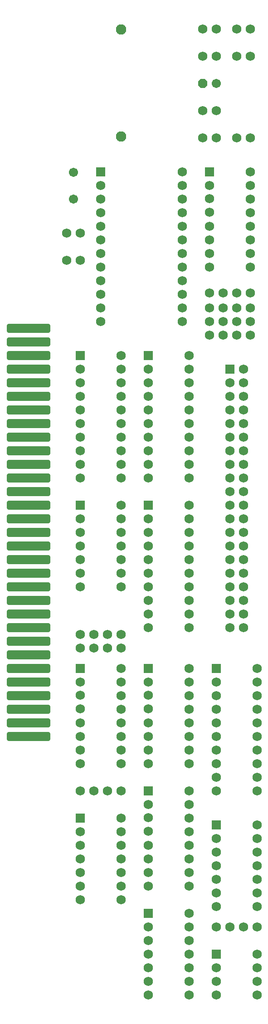
<source format=gts>
G04 Layer_Color=8388736*
%FSLAX44Y44*%
%MOMM*%
G71*
G01*
G75*
G04:AMPARAMS|DCode=24|XSize=1.7732mm|YSize=8.2032mm|CornerRadius=0.4941mm|HoleSize=0mm|Usage=FLASHONLY|Rotation=90.000|XOffset=0mm|YOffset=0mm|HoleType=Round|Shape=RoundedRectangle|*
%AMROUNDEDRECTD24*
21,1,1.7732,7.2150,0,0,90.0*
21,1,0.7850,8.2032,0,0,90.0*
1,1,0.9882,3.6075,0.3925*
1,1,0.9882,3.6075,-0.3925*
1,1,0.9882,-3.6075,-0.3925*
1,1,0.9882,-3.6075,0.3925*
%
%ADD24ROUNDEDRECTD24*%
%ADD25C,1.7272*%
%ADD26R,1.7272X1.7272*%
%ADD27C,1.7032*%
%ADD28P,1.8435X8X202.5*%
%ADD29C,1.9532*%
D24*
X43180Y787400D02*
D03*
Y736600D02*
D03*
Y762000D02*
D03*
Y863600D02*
D03*
Y889000D02*
D03*
Y812800D02*
D03*
Y838200D02*
D03*
Y584200D02*
D03*
Y609600D02*
D03*
Y533400D02*
D03*
Y558800D02*
D03*
Y685800D02*
D03*
Y711200D02*
D03*
Y635000D02*
D03*
Y660400D02*
D03*
Y1168400D02*
D03*
Y1193800D02*
D03*
Y1117600D02*
D03*
Y1143000D02*
D03*
Y1270000D02*
D03*
Y1295400D02*
D03*
Y1219200D02*
D03*
Y1244600D02*
D03*
Y965200D02*
D03*
Y990600D02*
D03*
Y914400D02*
D03*
Y939800D02*
D03*
Y1066800D02*
D03*
Y1092200D02*
D03*
Y1016000D02*
D03*
Y1041400D02*
D03*
D25*
X139700Y1422400D02*
D03*
Y1473200D02*
D03*
X114300D02*
D03*
Y1422400D02*
D03*
X368300Y1854200D02*
D03*
Y1803400D02*
D03*
X393700D02*
D03*
Y1854200D02*
D03*
X139700Y698500D02*
D03*
Y723900D02*
D03*
X165100Y698500D02*
D03*
Y723900D02*
D03*
X190500Y431800D02*
D03*
X215900D02*
D03*
X165100D02*
D03*
X139700D02*
D03*
X457200Y1803400D02*
D03*
X431800D02*
D03*
X342900Y1193800D02*
D03*
Y1041400D02*
D03*
Y1117600D02*
D03*
X266700Y1193800D02*
D03*
Y1041400D02*
D03*
Y1117600D02*
D03*
X342900Y1219200D02*
D03*
Y1244600D02*
D03*
Y1143000D02*
D03*
Y1168400D02*
D03*
Y1066800D02*
D03*
Y1092200D02*
D03*
Y1016000D02*
D03*
X266700Y1219200D02*
D03*
Y1143000D02*
D03*
Y1168400D02*
D03*
Y1066800D02*
D03*
Y1092200D02*
D03*
Y1016000D02*
D03*
X457200Y1651000D02*
D03*
X431800D02*
D03*
X368300D02*
D03*
X393700D02*
D03*
X431800Y1854200D02*
D03*
X457200D02*
D03*
X368300Y1701800D02*
D03*
X393700D02*
D03*
X190500Y723900D02*
D03*
Y698500D02*
D03*
X215900Y723900D02*
D03*
Y698500D02*
D03*
X406400Y1361440D02*
D03*
X381000D02*
D03*
X431800D02*
D03*
X457200D02*
D03*
X406400Y1333500D02*
D03*
X381000D02*
D03*
X406400Y1282700D02*
D03*
X381000D02*
D03*
X406400Y1308100D02*
D03*
X381000D02*
D03*
X431800Y1333500D02*
D03*
X457200D02*
D03*
X431800Y1308100D02*
D03*
X457200D02*
D03*
X431800Y1282700D02*
D03*
X457200D02*
D03*
X266700Y762000D02*
D03*
Y812800D02*
D03*
Y787400D02*
D03*
Y736600D02*
D03*
Y838200D02*
D03*
Y889000D02*
D03*
Y863600D02*
D03*
Y939800D02*
D03*
Y914400D02*
D03*
X342900Y736600D02*
D03*
Y762000D02*
D03*
Y812800D02*
D03*
Y787400D02*
D03*
Y863600D02*
D03*
Y838200D02*
D03*
Y914400D02*
D03*
Y889000D02*
D03*
Y965200D02*
D03*
Y939800D02*
D03*
X393700Y177800D02*
D03*
X419100D02*
D03*
X444500D02*
D03*
X469900D02*
D03*
X393700Y50800D02*
D03*
Y76200D02*
D03*
Y101600D02*
D03*
X469900Y50800D02*
D03*
Y76200D02*
D03*
Y101600D02*
D03*
Y127000D02*
D03*
X266700Y76200D02*
D03*
Y101600D02*
D03*
Y50800D02*
D03*
Y127000D02*
D03*
Y152400D02*
D03*
Y177800D02*
D03*
X342900Y50800D02*
D03*
Y76200D02*
D03*
Y127000D02*
D03*
Y101600D02*
D03*
Y152400D02*
D03*
Y203200D02*
D03*
Y177800D02*
D03*
X139700Y254000D02*
D03*
Y279400D02*
D03*
Y228600D02*
D03*
Y304800D02*
D03*
Y330200D02*
D03*
Y355600D02*
D03*
X215900Y228600D02*
D03*
Y254000D02*
D03*
Y304800D02*
D03*
Y279400D02*
D03*
Y330200D02*
D03*
Y381000D02*
D03*
Y355600D02*
D03*
X177800Y1308100D02*
D03*
Y1358900D02*
D03*
Y1333500D02*
D03*
Y1384300D02*
D03*
Y1409700D02*
D03*
Y1460500D02*
D03*
Y1435100D02*
D03*
Y1511300D02*
D03*
Y1485900D02*
D03*
Y1562100D02*
D03*
Y1536700D02*
D03*
X330200Y1333500D02*
D03*
Y1308100D02*
D03*
Y1358900D02*
D03*
Y1409700D02*
D03*
Y1384300D02*
D03*
Y1460500D02*
D03*
Y1435100D02*
D03*
Y1511300D02*
D03*
Y1536700D02*
D03*
Y1485900D02*
D03*
Y1587500D02*
D03*
Y1562100D02*
D03*
X393700Y241300D02*
D03*
Y266700D02*
D03*
Y215900D02*
D03*
Y292100D02*
D03*
Y317500D02*
D03*
Y342900D02*
D03*
X469900Y215900D02*
D03*
Y241300D02*
D03*
Y292100D02*
D03*
Y266700D02*
D03*
Y317500D02*
D03*
Y368300D02*
D03*
Y342900D02*
D03*
X266700Y279400D02*
D03*
Y304800D02*
D03*
Y254000D02*
D03*
Y330200D02*
D03*
Y381800D02*
D03*
Y356800D02*
D03*
Y406400D02*
D03*
X342900Y254000D02*
D03*
Y279400D02*
D03*
Y304800D02*
D03*
Y355600D02*
D03*
Y330200D02*
D03*
Y381000D02*
D03*
Y431800D02*
D03*
Y406400D02*
D03*
X139700Y508000D02*
D03*
Y533400D02*
D03*
Y482600D02*
D03*
Y558800D02*
D03*
Y610400D02*
D03*
Y585400D02*
D03*
Y635000D02*
D03*
X215900Y482600D02*
D03*
Y508000D02*
D03*
Y533400D02*
D03*
Y584200D02*
D03*
Y558800D02*
D03*
Y609600D02*
D03*
Y660400D02*
D03*
Y635000D02*
D03*
X266700Y508000D02*
D03*
Y533400D02*
D03*
Y482600D02*
D03*
Y558800D02*
D03*
Y610400D02*
D03*
Y585400D02*
D03*
Y635000D02*
D03*
X342900Y482600D02*
D03*
Y508000D02*
D03*
Y533400D02*
D03*
Y584200D02*
D03*
Y558800D02*
D03*
Y609600D02*
D03*
Y660400D02*
D03*
Y635000D02*
D03*
X393700Y457200D02*
D03*
Y508000D02*
D03*
Y482600D02*
D03*
Y431800D02*
D03*
Y533400D02*
D03*
Y584200D02*
D03*
Y558800D02*
D03*
Y635000D02*
D03*
Y609600D02*
D03*
X469900Y431800D02*
D03*
Y457200D02*
D03*
Y508000D02*
D03*
Y482600D02*
D03*
Y558800D02*
D03*
Y533400D02*
D03*
Y609600D02*
D03*
Y584200D02*
D03*
Y660400D02*
D03*
Y635000D02*
D03*
X139700Y838200D02*
D03*
Y863600D02*
D03*
Y812800D02*
D03*
Y889000D02*
D03*
Y914400D02*
D03*
Y939800D02*
D03*
X215900Y812800D02*
D03*
Y838200D02*
D03*
Y889000D02*
D03*
Y863600D02*
D03*
Y914400D02*
D03*
Y965200D02*
D03*
Y939800D02*
D03*
X139700Y1041400D02*
D03*
Y1092200D02*
D03*
Y1066800D02*
D03*
Y1016000D02*
D03*
Y1117600D02*
D03*
Y1168400D02*
D03*
Y1143000D02*
D03*
Y1219200D02*
D03*
Y1193800D02*
D03*
X215900Y1016000D02*
D03*
Y1041400D02*
D03*
Y1092200D02*
D03*
Y1066800D02*
D03*
Y1143000D02*
D03*
Y1117600D02*
D03*
Y1193800D02*
D03*
Y1168400D02*
D03*
Y1244600D02*
D03*
Y1219200D02*
D03*
X381000Y1435100D02*
D03*
Y1460500D02*
D03*
Y1409700D02*
D03*
Y1485900D02*
D03*
Y1537500D02*
D03*
Y1512500D02*
D03*
Y1562100D02*
D03*
X457200Y1409700D02*
D03*
Y1435100D02*
D03*
Y1460500D02*
D03*
Y1511300D02*
D03*
Y1485900D02*
D03*
Y1536700D02*
D03*
Y1587500D02*
D03*
Y1562100D02*
D03*
X419100Y762000D02*
D03*
Y736600D02*
D03*
Y787400D02*
D03*
Y812800D02*
D03*
Y838200D02*
D03*
Y939800D02*
D03*
Y863600D02*
D03*
Y914400D02*
D03*
Y965200D02*
D03*
Y990600D02*
D03*
Y1041400D02*
D03*
Y1066800D02*
D03*
Y1143000D02*
D03*
Y1092200D02*
D03*
Y1117600D02*
D03*
Y1193800D02*
D03*
X444500Y787400D02*
D03*
Y736600D02*
D03*
Y762000D02*
D03*
X419100Y889000D02*
D03*
X444500Y812800D02*
D03*
Y838200D02*
D03*
Y914400D02*
D03*
Y863600D02*
D03*
Y889000D02*
D03*
Y939800D02*
D03*
Y965200D02*
D03*
X419100Y1016000D02*
D03*
X444500Y990600D02*
D03*
Y1016000D02*
D03*
X419100Y1168400D02*
D03*
X444500Y1041400D02*
D03*
Y1066800D02*
D03*
Y1143000D02*
D03*
Y1092200D02*
D03*
Y1117600D02*
D03*
Y1219200D02*
D03*
Y1168400D02*
D03*
Y1193800D02*
D03*
D26*
X266700Y1244600D02*
D03*
Y965200D02*
D03*
X393700Y127000D02*
D03*
X266700Y203200D02*
D03*
X139700Y381000D02*
D03*
X177800Y1587500D02*
D03*
X393700Y368300D02*
D03*
X266700Y431800D02*
D03*
X139700Y660400D02*
D03*
X266700D02*
D03*
X393700D02*
D03*
X139700Y965200D02*
D03*
Y1244600D02*
D03*
X381000Y1587500D02*
D03*
X419100Y1219200D02*
D03*
D27*
X127000Y1586700D02*
D03*
Y1536700D02*
D03*
X393700Y1752600D02*
D03*
D28*
X368300D02*
D03*
D29*
X215900Y1853540D02*
D03*
Y1653540D02*
D03*
M02*

</source>
